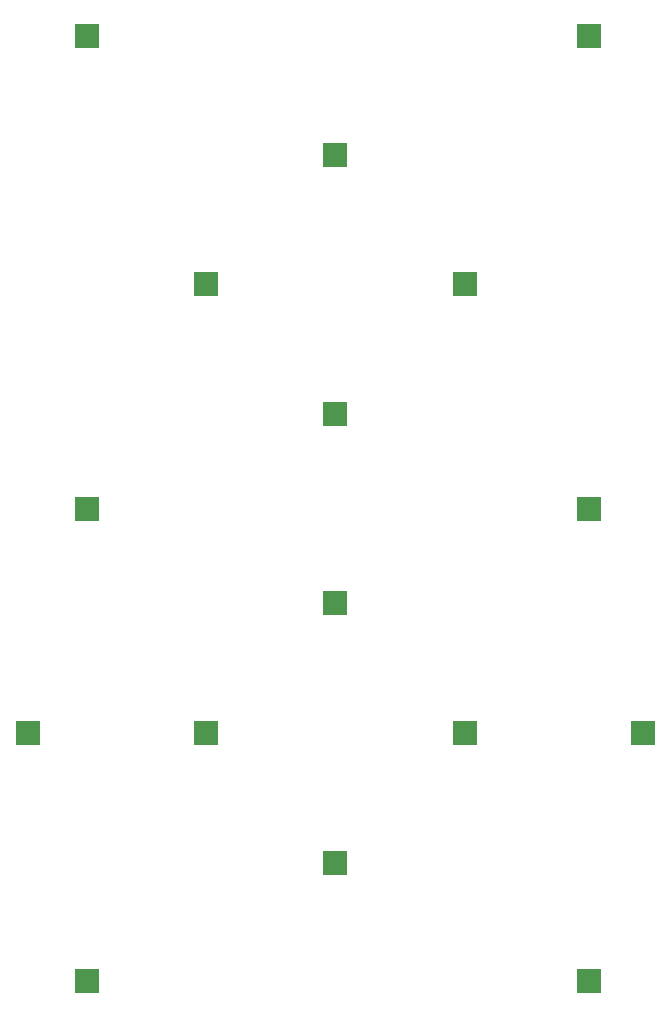
<source format=gbr>
G04 #@! TF.FileFunction,Soldermask,Top*
%FSLAX46Y46*%
G04 Gerber Fmt 4.6, Leading zero omitted, Abs format (unit mm)*
G04 Created by KiCad (PCBNEW 4.0.4+e1-6308~48~ubuntu16.04.1-stable) date Sun Jan 28 16:14:42 2018*
%MOMM*%
%LPD*%
G01*
G04 APERTURE LIST*
%ADD10C,0.100000*%
%ADD11R,2.100000X2.100000*%
G04 APERTURE END LIST*
D10*
D11*
X110000000Y-145000000D03*
X110000000Y-65000000D03*
X152500000Y-145000000D03*
X120000000Y-124000000D03*
X110000000Y-105000000D03*
X152500000Y-105000000D03*
X142000000Y-86000000D03*
X142000000Y-124000000D03*
X152500000Y-65000000D03*
X131000000Y-113000000D03*
X120000000Y-86000000D03*
X131000000Y-75000000D03*
X131000000Y-135000000D03*
X105000000Y-124000000D03*
X157000000Y-124000000D03*
X131000000Y-97000000D03*
M02*

</source>
